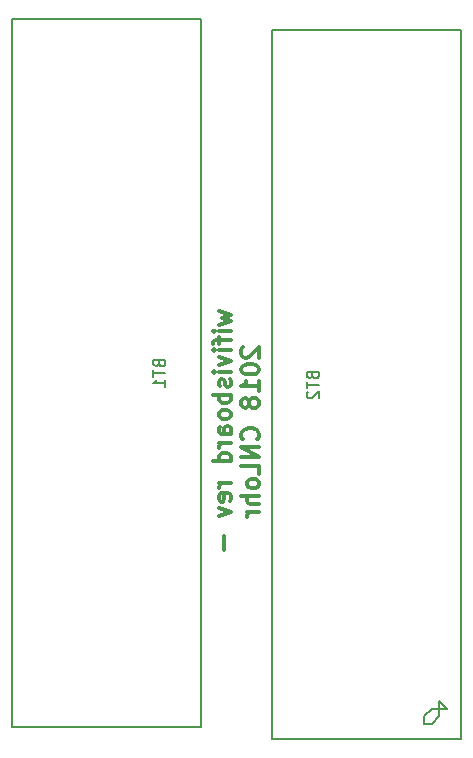
<source format=gbo>
G04 #@! TF.FileFunction,Legend,Bot*
%FSLAX46Y46*%
G04 Gerber Fmt 4.6, Leading zero omitted, Abs format (unit mm)*
G04 Created by KiCad (PCBNEW 4.0.2+dfsg1-stable) date Mon 05 Nov 2018 12:17:06 AM EST*
%MOMM*%
G01*
G04 APERTURE LIST*
%ADD10C,0.100000*%
%ADD11C,0.300000*%
%ADD12C,0.200000*%
%ADD13C,0.150000*%
G04 APERTURE END LIST*
D10*
D11*
X111508571Y-97771429D02*
X112508571Y-98057143D01*
X111794286Y-98342857D01*
X112508571Y-98628572D01*
X111508571Y-98914286D01*
X112508571Y-99485715D02*
X111508571Y-99485715D01*
X111008571Y-99485715D02*
X111080000Y-99414286D01*
X111151429Y-99485715D01*
X111080000Y-99557143D01*
X111008571Y-99485715D01*
X111151429Y-99485715D01*
X111508571Y-99985715D02*
X111508571Y-100557144D01*
X112508571Y-100200001D02*
X111222857Y-100200001D01*
X111080000Y-100271429D01*
X111008571Y-100414287D01*
X111008571Y-100557144D01*
X112508571Y-101057144D02*
X111508571Y-101057144D01*
X111008571Y-101057144D02*
X111080000Y-100985715D01*
X111151429Y-101057144D01*
X111080000Y-101128572D01*
X111008571Y-101057144D01*
X111151429Y-101057144D01*
X111508571Y-101628573D02*
X112508571Y-101985716D01*
X111508571Y-102342858D01*
X112508571Y-102914287D02*
X111508571Y-102914287D01*
X111008571Y-102914287D02*
X111080000Y-102842858D01*
X111151429Y-102914287D01*
X111080000Y-102985715D01*
X111008571Y-102914287D01*
X111151429Y-102914287D01*
X112437143Y-103557144D02*
X112508571Y-103700001D01*
X112508571Y-103985716D01*
X112437143Y-104128573D01*
X112294286Y-104200001D01*
X112222857Y-104200001D01*
X112080000Y-104128573D01*
X112008571Y-103985716D01*
X112008571Y-103771430D01*
X111937143Y-103628573D01*
X111794286Y-103557144D01*
X111722857Y-103557144D01*
X111580000Y-103628573D01*
X111508571Y-103771430D01*
X111508571Y-103985716D01*
X111580000Y-104128573D01*
X112508571Y-104842859D02*
X111008571Y-104842859D01*
X111580000Y-104842859D02*
X111508571Y-104985716D01*
X111508571Y-105271430D01*
X111580000Y-105414287D01*
X111651429Y-105485716D01*
X111794286Y-105557145D01*
X112222857Y-105557145D01*
X112365714Y-105485716D01*
X112437143Y-105414287D01*
X112508571Y-105271430D01*
X112508571Y-104985716D01*
X112437143Y-104842859D01*
X112508571Y-106414288D02*
X112437143Y-106271430D01*
X112365714Y-106200002D01*
X112222857Y-106128573D01*
X111794286Y-106128573D01*
X111651429Y-106200002D01*
X111580000Y-106271430D01*
X111508571Y-106414288D01*
X111508571Y-106628573D01*
X111580000Y-106771430D01*
X111651429Y-106842859D01*
X111794286Y-106914288D01*
X112222857Y-106914288D01*
X112365714Y-106842859D01*
X112437143Y-106771430D01*
X112508571Y-106628573D01*
X112508571Y-106414288D01*
X112508571Y-108200002D02*
X111722857Y-108200002D01*
X111580000Y-108128573D01*
X111508571Y-107985716D01*
X111508571Y-107700002D01*
X111580000Y-107557145D01*
X112437143Y-108200002D02*
X112508571Y-108057145D01*
X112508571Y-107700002D01*
X112437143Y-107557145D01*
X112294286Y-107485716D01*
X112151429Y-107485716D01*
X112008571Y-107557145D01*
X111937143Y-107700002D01*
X111937143Y-108057145D01*
X111865714Y-108200002D01*
X112508571Y-108914288D02*
X111508571Y-108914288D01*
X111794286Y-108914288D02*
X111651429Y-108985716D01*
X111580000Y-109057145D01*
X111508571Y-109200002D01*
X111508571Y-109342859D01*
X112508571Y-110485716D02*
X111008571Y-110485716D01*
X112437143Y-110485716D02*
X112508571Y-110342859D01*
X112508571Y-110057145D01*
X112437143Y-109914287D01*
X112365714Y-109842859D01*
X112222857Y-109771430D01*
X111794286Y-109771430D01*
X111651429Y-109842859D01*
X111580000Y-109914287D01*
X111508571Y-110057145D01*
X111508571Y-110342859D01*
X111580000Y-110485716D01*
X112508571Y-112342859D02*
X111508571Y-112342859D01*
X111794286Y-112342859D02*
X111651429Y-112414287D01*
X111580000Y-112485716D01*
X111508571Y-112628573D01*
X111508571Y-112771430D01*
X112437143Y-113842858D02*
X112508571Y-113700001D01*
X112508571Y-113414287D01*
X112437143Y-113271430D01*
X112294286Y-113200001D01*
X111722857Y-113200001D01*
X111580000Y-113271430D01*
X111508571Y-113414287D01*
X111508571Y-113700001D01*
X111580000Y-113842858D01*
X111722857Y-113914287D01*
X111865714Y-113914287D01*
X112008571Y-113200001D01*
X111508571Y-114414287D02*
X112508571Y-114771430D01*
X111508571Y-115128572D01*
X111937143Y-116842858D02*
X111937143Y-117985715D01*
X113551429Y-100842858D02*
X113480000Y-100914287D01*
X113408571Y-101057144D01*
X113408571Y-101414287D01*
X113480000Y-101557144D01*
X113551429Y-101628573D01*
X113694286Y-101700001D01*
X113837143Y-101700001D01*
X114051429Y-101628573D01*
X114908571Y-100771430D01*
X114908571Y-101700001D01*
X113408571Y-102628572D02*
X113408571Y-102771429D01*
X113480000Y-102914286D01*
X113551429Y-102985715D01*
X113694286Y-103057144D01*
X113980000Y-103128572D01*
X114337143Y-103128572D01*
X114622857Y-103057144D01*
X114765714Y-102985715D01*
X114837143Y-102914286D01*
X114908571Y-102771429D01*
X114908571Y-102628572D01*
X114837143Y-102485715D01*
X114765714Y-102414286D01*
X114622857Y-102342858D01*
X114337143Y-102271429D01*
X113980000Y-102271429D01*
X113694286Y-102342858D01*
X113551429Y-102414286D01*
X113480000Y-102485715D01*
X113408571Y-102628572D01*
X114908571Y-104557143D02*
X114908571Y-103700000D01*
X114908571Y-104128572D02*
X113408571Y-104128572D01*
X113622857Y-103985715D01*
X113765714Y-103842857D01*
X113837143Y-103700000D01*
X114051429Y-105414286D02*
X113980000Y-105271428D01*
X113908571Y-105200000D01*
X113765714Y-105128571D01*
X113694286Y-105128571D01*
X113551429Y-105200000D01*
X113480000Y-105271428D01*
X113408571Y-105414286D01*
X113408571Y-105700000D01*
X113480000Y-105842857D01*
X113551429Y-105914286D01*
X113694286Y-105985714D01*
X113765714Y-105985714D01*
X113908571Y-105914286D01*
X113980000Y-105842857D01*
X114051429Y-105700000D01*
X114051429Y-105414286D01*
X114122857Y-105271428D01*
X114194286Y-105200000D01*
X114337143Y-105128571D01*
X114622857Y-105128571D01*
X114765714Y-105200000D01*
X114837143Y-105271428D01*
X114908571Y-105414286D01*
X114908571Y-105700000D01*
X114837143Y-105842857D01*
X114765714Y-105914286D01*
X114622857Y-105985714D01*
X114337143Y-105985714D01*
X114194286Y-105914286D01*
X114122857Y-105842857D01*
X114051429Y-105700000D01*
X114765714Y-108628571D02*
X114837143Y-108557142D01*
X114908571Y-108342856D01*
X114908571Y-108199999D01*
X114837143Y-107985714D01*
X114694286Y-107842856D01*
X114551429Y-107771428D01*
X114265714Y-107699999D01*
X114051429Y-107699999D01*
X113765714Y-107771428D01*
X113622857Y-107842856D01*
X113480000Y-107985714D01*
X113408571Y-108199999D01*
X113408571Y-108342856D01*
X113480000Y-108557142D01*
X113551429Y-108628571D01*
X114908571Y-109271428D02*
X113408571Y-109271428D01*
X114908571Y-110128571D01*
X113408571Y-110128571D01*
X114908571Y-111557143D02*
X114908571Y-110842857D01*
X113408571Y-110842857D01*
X114908571Y-112271429D02*
X114837143Y-112128571D01*
X114765714Y-112057143D01*
X114622857Y-111985714D01*
X114194286Y-111985714D01*
X114051429Y-112057143D01*
X113980000Y-112128571D01*
X113908571Y-112271429D01*
X113908571Y-112485714D01*
X113980000Y-112628571D01*
X114051429Y-112700000D01*
X114194286Y-112771429D01*
X114622857Y-112771429D01*
X114765714Y-112700000D01*
X114837143Y-112628571D01*
X114908571Y-112485714D01*
X114908571Y-112271429D01*
X114908571Y-113414286D02*
X113408571Y-113414286D01*
X114908571Y-114057143D02*
X114122857Y-114057143D01*
X113980000Y-113985714D01*
X113908571Y-113842857D01*
X113908571Y-113628572D01*
X113980000Y-113485714D01*
X114051429Y-113414286D01*
X114908571Y-114771429D02*
X113908571Y-114771429D01*
X114194286Y-114771429D02*
X114051429Y-114842857D01*
X113980000Y-114914286D01*
X113908571Y-115057143D01*
X113908571Y-115200000D01*
D12*
X130810000Y-131445000D02*
X130175000Y-130810000D01*
X129540000Y-131445000D02*
X130810000Y-131445000D01*
X128905000Y-132080000D02*
X129540000Y-131445000D01*
X128905000Y-132715000D02*
X128905000Y-132080000D01*
X129540000Y-132715000D02*
X128905000Y-132715000D01*
X130175000Y-132080000D02*
X129540000Y-132715000D01*
X130175000Y-130810000D02*
X130175000Y-132080000D01*
X130810000Y-131445000D02*
X130175000Y-130810000D01*
D13*
X110000000Y-73000000D02*
X110000000Y-133000000D01*
X110000000Y-133000000D02*
X94000000Y-133000000D01*
X94000000Y-133000000D02*
X94000000Y-73000000D01*
X94000000Y-73000000D02*
X110000000Y-73000000D01*
X116000000Y-134000000D02*
X116000000Y-74000000D01*
X116000000Y-74000000D02*
X132000000Y-74000000D01*
X132000000Y-74000000D02*
X132000000Y-134000000D01*
X132000000Y-134000000D02*
X116000000Y-134000000D01*
X106428571Y-102214286D02*
X106476190Y-102357143D01*
X106523810Y-102404762D01*
X106619048Y-102452381D01*
X106761905Y-102452381D01*
X106857143Y-102404762D01*
X106904762Y-102357143D01*
X106952381Y-102261905D01*
X106952381Y-101880952D01*
X105952381Y-101880952D01*
X105952381Y-102214286D01*
X106000000Y-102309524D01*
X106047619Y-102357143D01*
X106142857Y-102404762D01*
X106238095Y-102404762D01*
X106333333Y-102357143D01*
X106380952Y-102309524D01*
X106428571Y-102214286D01*
X106428571Y-101880952D01*
X105952381Y-102738095D02*
X105952381Y-103309524D01*
X106952381Y-103023809D02*
X105952381Y-103023809D01*
X106952381Y-104166667D02*
X106952381Y-103595238D01*
X106952381Y-103880952D02*
X105952381Y-103880952D01*
X106095238Y-103785714D01*
X106190476Y-103690476D01*
X106238095Y-103595238D01*
X119428571Y-103214286D02*
X119476190Y-103357143D01*
X119523810Y-103404762D01*
X119619048Y-103452381D01*
X119761905Y-103452381D01*
X119857143Y-103404762D01*
X119904762Y-103357143D01*
X119952381Y-103261905D01*
X119952381Y-102880952D01*
X118952381Y-102880952D01*
X118952381Y-103214286D01*
X119000000Y-103309524D01*
X119047619Y-103357143D01*
X119142857Y-103404762D01*
X119238095Y-103404762D01*
X119333333Y-103357143D01*
X119380952Y-103309524D01*
X119428571Y-103214286D01*
X119428571Y-102880952D01*
X118952381Y-103738095D02*
X118952381Y-104309524D01*
X119952381Y-104023809D02*
X118952381Y-104023809D01*
X119047619Y-104595238D02*
X119000000Y-104642857D01*
X118952381Y-104738095D01*
X118952381Y-104976191D01*
X119000000Y-105071429D01*
X119047619Y-105119048D01*
X119142857Y-105166667D01*
X119238095Y-105166667D01*
X119380952Y-105119048D01*
X119952381Y-104547619D01*
X119952381Y-105166667D01*
M02*

</source>
